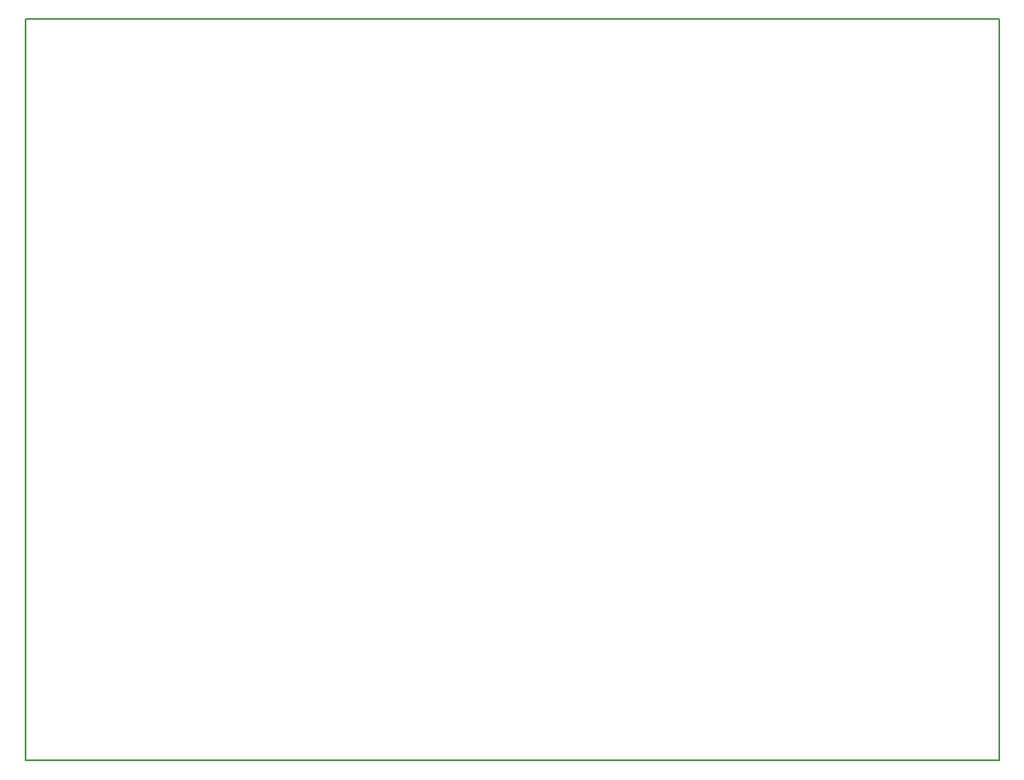
<source format=gbr>
G04 PROTEUS GERBER X2 FILE*
%TF.GenerationSoftware,Labcenter,Proteus,8.9-SP0-Build27865*%
%TF.CreationDate,2021-01-11T14:01:32+00:00*%
%TF.FileFunction,AssemblyDrawing,Bot*%
%TF.FilePolarity,Positive*%
%TF.Part,Single*%
%TF.SameCoordinates,{9f0a7d81-3364-476e-981e-304885b4a122}*%
%FSLAX45Y45*%
%MOMM*%
G01*
%TA.AperFunction,Profile*%
%ADD36C,0.203200*%
%TD.AperFunction*%
D36*
X+35420Y-8200D02*
X+10035420Y-8200D01*
X+10035420Y+7611800D01*
X+35420Y+7611800D01*
X+35420Y-8200D01*
M02*

</source>
